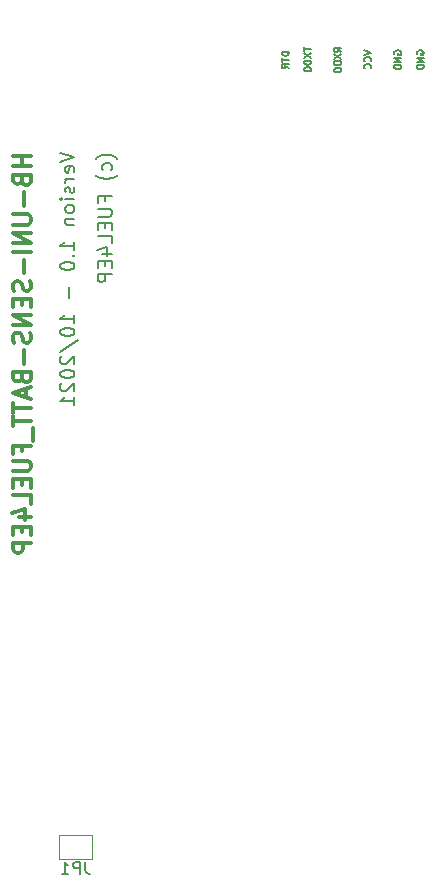
<source format=gbr>
G04 #@! TF.GenerationSoftware,KiCad,Pcbnew,5.1.10-88a1d61d58~88~ubuntu18.04.1*
G04 #@! TF.CreationDate,2021-10-13T16:55:58+02:00*
G04 #@! TF.ProjectId,HB-UNI-SEN-BATT_FUEL4EP,48422d55-4e49-42d5-9345-4e2d42415454,rev?*
G04 #@! TF.SameCoordinates,Original*
G04 #@! TF.FileFunction,Legend,Bot*
G04 #@! TF.FilePolarity,Positive*
%FSLAX46Y46*%
G04 Gerber Fmt 4.6, Leading zero omitted, Abs format (unit mm)*
G04 Created by KiCad (PCBNEW 5.1.10-88a1d61d58~88~ubuntu18.04.1) date 2021-10-13 16:55:58*
%MOMM*%
%LPD*%
G01*
G04 APERTURE LIST*
%ADD10C,0.200000*%
%ADD11C,0.300000*%
%ADD12C,0.120000*%
%ADD13C,0.150000*%
%ADD14R,2.000000X2.000000*%
%ADD15C,2.000000*%
%ADD16C,2.640000*%
%ADD17C,0.700000*%
%ADD18C,4.400000*%
%ADD19R,1.000000X1.500000*%
%ADD20O,1.600000X1.600000*%
%ADD21C,1.600000*%
%ADD22O,1.717500X1.800000*%
%ADD23R,1.717500X1.800000*%
%ADD24C,1.800000*%
%ADD25R,1.800000X1.800000*%
%ADD26C,1.200000*%
%ADD27R,1.200000X1.200000*%
%ADD28C,3.000000*%
%ADD29C,1.350000*%
%ADD30O,1.700000X1.700000*%
%ADD31R,1.700000X1.700000*%
G04 APERTURE END LIST*
D10*
X113395000Y-90928571D02*
X113337857Y-90871428D01*
X113166428Y-90757142D01*
X113052142Y-90700000D01*
X112880714Y-90642857D01*
X112595000Y-90585714D01*
X112366428Y-90585714D01*
X112080714Y-90642857D01*
X111909285Y-90700000D01*
X111795000Y-90757142D01*
X111623571Y-90871428D01*
X111566428Y-90928571D01*
X112880714Y-91900000D02*
X112937857Y-91785714D01*
X112937857Y-91557142D01*
X112880714Y-91442857D01*
X112823571Y-91385714D01*
X112709285Y-91328571D01*
X112366428Y-91328571D01*
X112252142Y-91385714D01*
X112195000Y-91442857D01*
X112137857Y-91557142D01*
X112137857Y-91785714D01*
X112195000Y-91900000D01*
X113395000Y-92300000D02*
X113337857Y-92357142D01*
X113166428Y-92471428D01*
X113052142Y-92528571D01*
X112880714Y-92585714D01*
X112595000Y-92642857D01*
X112366428Y-92642857D01*
X112080714Y-92585714D01*
X111909285Y-92528571D01*
X111795000Y-92471428D01*
X111623571Y-92357142D01*
X111566428Y-92300000D01*
X112309285Y-94528571D02*
X112309285Y-94128571D01*
X112937857Y-94128571D02*
X111737857Y-94128571D01*
X111737857Y-94700000D01*
X111737857Y-95157142D02*
X112709285Y-95157142D01*
X112823571Y-95214285D01*
X112880714Y-95271428D01*
X112937857Y-95385714D01*
X112937857Y-95614285D01*
X112880714Y-95728571D01*
X112823571Y-95785714D01*
X112709285Y-95842857D01*
X111737857Y-95842857D01*
X112309285Y-96414285D02*
X112309285Y-96814285D01*
X112937857Y-96985714D02*
X112937857Y-96414285D01*
X111737857Y-96414285D01*
X111737857Y-96985714D01*
X112937857Y-98071428D02*
X112937857Y-97500000D01*
X111737857Y-97500000D01*
X112137857Y-98985714D02*
X112937857Y-98985714D01*
X111680714Y-98700000D02*
X112537857Y-98414285D01*
X112537857Y-99157142D01*
X112309285Y-99614285D02*
X112309285Y-100014285D01*
X112937857Y-100185714D02*
X112937857Y-99614285D01*
X111737857Y-99614285D01*
X111737857Y-100185714D01*
X112937857Y-100700000D02*
X111737857Y-100700000D01*
X111737857Y-101157142D01*
X111795000Y-101271428D01*
X111852142Y-101328571D01*
X111966428Y-101385714D01*
X112137857Y-101385714D01*
X112252142Y-101328571D01*
X112309285Y-101271428D01*
X112366428Y-101157142D01*
X112366428Y-100700000D01*
X108562857Y-90414285D02*
X109762857Y-90814285D01*
X108562857Y-91214285D01*
X109705714Y-92071428D02*
X109762857Y-91957142D01*
X109762857Y-91728571D01*
X109705714Y-91614285D01*
X109591428Y-91557142D01*
X109134285Y-91557142D01*
X109020000Y-91614285D01*
X108962857Y-91728571D01*
X108962857Y-91957142D01*
X109020000Y-92071428D01*
X109134285Y-92128571D01*
X109248571Y-92128571D01*
X109362857Y-91557142D01*
X109762857Y-92642857D02*
X108962857Y-92642857D01*
X109191428Y-92642857D02*
X109077142Y-92700000D01*
X109020000Y-92757142D01*
X108962857Y-92871428D01*
X108962857Y-92985714D01*
X109705714Y-93328571D02*
X109762857Y-93442857D01*
X109762857Y-93671428D01*
X109705714Y-93785714D01*
X109591428Y-93842857D01*
X109534285Y-93842857D01*
X109420000Y-93785714D01*
X109362857Y-93671428D01*
X109362857Y-93500000D01*
X109305714Y-93385714D01*
X109191428Y-93328571D01*
X109134285Y-93328571D01*
X109020000Y-93385714D01*
X108962857Y-93500000D01*
X108962857Y-93671428D01*
X109020000Y-93785714D01*
X109762857Y-94357142D02*
X108962857Y-94357142D01*
X108562857Y-94357142D02*
X108620000Y-94300000D01*
X108677142Y-94357142D01*
X108620000Y-94414285D01*
X108562857Y-94357142D01*
X108677142Y-94357142D01*
X109762857Y-95100000D02*
X109705714Y-94985714D01*
X109648571Y-94928571D01*
X109534285Y-94871428D01*
X109191428Y-94871428D01*
X109077142Y-94928571D01*
X109020000Y-94985714D01*
X108962857Y-95100000D01*
X108962857Y-95271428D01*
X109020000Y-95385714D01*
X109077142Y-95442857D01*
X109191428Y-95500000D01*
X109534285Y-95500000D01*
X109648571Y-95442857D01*
X109705714Y-95385714D01*
X109762857Y-95271428D01*
X109762857Y-95100000D01*
X108962857Y-96014285D02*
X109762857Y-96014285D01*
X109077142Y-96014285D02*
X109020000Y-96071428D01*
X108962857Y-96185714D01*
X108962857Y-96357142D01*
X109020000Y-96471428D01*
X109134285Y-96528571D01*
X109762857Y-96528571D01*
X109762857Y-98642857D02*
X109762857Y-97957142D01*
X109762857Y-98300000D02*
X108562857Y-98300000D01*
X108734285Y-98185714D01*
X108848571Y-98071428D01*
X108905714Y-97957142D01*
X109648571Y-99157142D02*
X109705714Y-99214285D01*
X109762857Y-99157142D01*
X109705714Y-99100000D01*
X109648571Y-99157142D01*
X109762857Y-99157142D01*
X108562857Y-99957142D02*
X108562857Y-100071428D01*
X108620000Y-100185714D01*
X108677142Y-100242857D01*
X108791428Y-100300000D01*
X109020000Y-100357142D01*
X109305714Y-100357142D01*
X109534285Y-100300000D01*
X109648571Y-100242857D01*
X109705714Y-100185714D01*
X109762857Y-100071428D01*
X109762857Y-99957142D01*
X109705714Y-99842857D01*
X109648571Y-99785714D01*
X109534285Y-99728571D01*
X109305714Y-99671428D01*
X109020000Y-99671428D01*
X108791428Y-99728571D01*
X108677142Y-99785714D01*
X108620000Y-99842857D01*
X108562857Y-99957142D01*
X109305714Y-101785714D02*
X109305714Y-102700000D01*
X109762857Y-104814285D02*
X109762857Y-104128571D01*
X109762857Y-104471428D02*
X108562857Y-104471428D01*
X108734285Y-104357142D01*
X108848571Y-104242857D01*
X108905714Y-104128571D01*
X108562857Y-105557142D02*
X108562857Y-105671428D01*
X108620000Y-105785714D01*
X108677142Y-105842857D01*
X108791428Y-105900000D01*
X109020000Y-105957142D01*
X109305714Y-105957142D01*
X109534285Y-105900000D01*
X109648571Y-105842857D01*
X109705714Y-105785714D01*
X109762857Y-105671428D01*
X109762857Y-105557142D01*
X109705714Y-105442857D01*
X109648571Y-105385714D01*
X109534285Y-105328571D01*
X109305714Y-105271428D01*
X109020000Y-105271428D01*
X108791428Y-105328571D01*
X108677142Y-105385714D01*
X108620000Y-105442857D01*
X108562857Y-105557142D01*
X108505714Y-107328571D02*
X110048571Y-106300000D01*
X108677142Y-107671428D02*
X108620000Y-107728571D01*
X108562857Y-107842857D01*
X108562857Y-108128571D01*
X108620000Y-108242857D01*
X108677142Y-108300000D01*
X108791428Y-108357142D01*
X108905714Y-108357142D01*
X109077142Y-108300000D01*
X109762857Y-107614285D01*
X109762857Y-108357142D01*
X108562857Y-109100000D02*
X108562857Y-109214285D01*
X108620000Y-109328571D01*
X108677142Y-109385714D01*
X108791428Y-109442857D01*
X109020000Y-109500000D01*
X109305714Y-109500000D01*
X109534285Y-109442857D01*
X109648571Y-109385714D01*
X109705714Y-109328571D01*
X109762857Y-109214285D01*
X109762857Y-109100000D01*
X109705714Y-108985714D01*
X109648571Y-108928571D01*
X109534285Y-108871428D01*
X109305714Y-108814285D01*
X109020000Y-108814285D01*
X108791428Y-108871428D01*
X108677142Y-108928571D01*
X108620000Y-108985714D01*
X108562857Y-109100000D01*
X108677142Y-109957142D02*
X108620000Y-110014285D01*
X108562857Y-110128571D01*
X108562857Y-110414285D01*
X108620000Y-110528571D01*
X108677142Y-110585714D01*
X108791428Y-110642857D01*
X108905714Y-110642857D01*
X109077142Y-110585714D01*
X109762857Y-109900000D01*
X109762857Y-110642857D01*
X109762857Y-111785714D02*
X109762857Y-111100000D01*
X109762857Y-111442857D02*
X108562857Y-111442857D01*
X108734285Y-111328571D01*
X108848571Y-111214285D01*
X108905714Y-111100000D01*
D11*
X106083571Y-90722142D02*
X104583571Y-90722142D01*
X105297857Y-90722142D02*
X105297857Y-91579285D01*
X106083571Y-91579285D02*
X104583571Y-91579285D01*
X105297857Y-92793571D02*
X105369285Y-93007857D01*
X105440714Y-93079285D01*
X105583571Y-93150714D01*
X105797857Y-93150714D01*
X105940714Y-93079285D01*
X106012142Y-93007857D01*
X106083571Y-92865000D01*
X106083571Y-92293571D01*
X104583571Y-92293571D01*
X104583571Y-92793571D01*
X104655000Y-92936428D01*
X104726428Y-93007857D01*
X104869285Y-93079285D01*
X105012142Y-93079285D01*
X105155000Y-93007857D01*
X105226428Y-92936428D01*
X105297857Y-92793571D01*
X105297857Y-92293571D01*
X105512142Y-93793571D02*
X105512142Y-94936428D01*
X104583571Y-95650714D02*
X105797857Y-95650714D01*
X105940714Y-95722142D01*
X106012142Y-95793571D01*
X106083571Y-95936428D01*
X106083571Y-96222142D01*
X106012142Y-96365000D01*
X105940714Y-96436428D01*
X105797857Y-96507857D01*
X104583571Y-96507857D01*
X106083571Y-97222142D02*
X104583571Y-97222142D01*
X106083571Y-98079285D01*
X104583571Y-98079285D01*
X106083571Y-98793571D02*
X104583571Y-98793571D01*
X105512142Y-99507857D02*
X105512142Y-100650714D01*
X106012142Y-101293571D02*
X106083571Y-101507857D01*
X106083571Y-101865000D01*
X106012142Y-102007857D01*
X105940714Y-102079285D01*
X105797857Y-102150714D01*
X105655000Y-102150714D01*
X105512142Y-102079285D01*
X105440714Y-102007857D01*
X105369285Y-101865000D01*
X105297857Y-101579285D01*
X105226428Y-101436428D01*
X105155000Y-101365000D01*
X105012142Y-101293571D01*
X104869285Y-101293571D01*
X104726428Y-101365000D01*
X104655000Y-101436428D01*
X104583571Y-101579285D01*
X104583571Y-101936428D01*
X104655000Y-102150714D01*
X105297857Y-102793571D02*
X105297857Y-103293571D01*
X106083571Y-103507857D02*
X106083571Y-102793571D01*
X104583571Y-102793571D01*
X104583571Y-103507857D01*
X106083571Y-104150714D02*
X104583571Y-104150714D01*
X106083571Y-105007857D01*
X104583571Y-105007857D01*
X106012142Y-105650714D02*
X106083571Y-105865000D01*
X106083571Y-106222142D01*
X106012142Y-106365000D01*
X105940714Y-106436428D01*
X105797857Y-106507857D01*
X105655000Y-106507857D01*
X105512142Y-106436428D01*
X105440714Y-106365000D01*
X105369285Y-106222142D01*
X105297857Y-105936428D01*
X105226428Y-105793571D01*
X105155000Y-105722142D01*
X105012142Y-105650714D01*
X104869285Y-105650714D01*
X104726428Y-105722142D01*
X104655000Y-105793571D01*
X104583571Y-105936428D01*
X104583571Y-106293571D01*
X104655000Y-106507857D01*
X105512142Y-107150714D02*
X105512142Y-108293571D01*
X105297857Y-109507857D02*
X105369285Y-109722142D01*
X105440714Y-109793571D01*
X105583571Y-109865000D01*
X105797857Y-109865000D01*
X105940714Y-109793571D01*
X106012142Y-109722142D01*
X106083571Y-109579285D01*
X106083571Y-109007857D01*
X104583571Y-109007857D01*
X104583571Y-109507857D01*
X104655000Y-109650714D01*
X104726428Y-109722142D01*
X104869285Y-109793571D01*
X105012142Y-109793571D01*
X105155000Y-109722142D01*
X105226428Y-109650714D01*
X105297857Y-109507857D01*
X105297857Y-109007857D01*
X105655000Y-110436428D02*
X105655000Y-111150714D01*
X106083571Y-110293571D02*
X104583571Y-110793571D01*
X106083571Y-111293571D01*
X104583571Y-111579285D02*
X104583571Y-112436428D01*
X106083571Y-112007857D02*
X104583571Y-112007857D01*
X104583571Y-112722142D02*
X104583571Y-113579285D01*
X106083571Y-113150714D02*
X104583571Y-113150714D01*
X106226428Y-113722142D02*
X106226428Y-114865000D01*
X105297857Y-115722142D02*
X105297857Y-115222142D01*
X106083571Y-115222142D02*
X104583571Y-115222142D01*
X104583571Y-115936428D01*
X104583571Y-116507857D02*
X105797857Y-116507857D01*
X105940714Y-116579285D01*
X106012142Y-116650714D01*
X106083571Y-116793571D01*
X106083571Y-117079285D01*
X106012142Y-117222142D01*
X105940714Y-117293571D01*
X105797857Y-117365000D01*
X104583571Y-117365000D01*
X105297857Y-118079285D02*
X105297857Y-118579285D01*
X106083571Y-118793571D02*
X106083571Y-118079285D01*
X104583571Y-118079285D01*
X104583571Y-118793571D01*
X106083571Y-120150714D02*
X106083571Y-119436428D01*
X104583571Y-119436428D01*
X105083571Y-121293571D02*
X106083571Y-121293571D01*
X104512142Y-120936428D02*
X105583571Y-120579285D01*
X105583571Y-121507857D01*
X105297857Y-122079285D02*
X105297857Y-122579285D01*
X106083571Y-122793571D02*
X106083571Y-122079285D01*
X104583571Y-122079285D01*
X104583571Y-122793571D01*
X106083571Y-123436428D02*
X104583571Y-123436428D01*
X104583571Y-124007857D01*
X104655000Y-124150714D01*
X104726428Y-124222142D01*
X104869285Y-124293571D01*
X105083571Y-124293571D01*
X105226428Y-124222142D01*
X105297857Y-124150714D01*
X105369285Y-124007857D01*
X105369285Y-123436428D01*
D12*
X111250000Y-148225000D02*
X111250000Y-150225000D01*
X108450000Y-148225000D02*
X111250000Y-148225000D01*
X108450000Y-150225000D02*
X108450000Y-148225000D01*
X111250000Y-150225000D02*
X108450000Y-150225000D01*
D13*
X140335000Y-80010000D02*
G75*
G03*
X140335000Y-80010000I-635000J0D01*
G01*
X137795000Y-80010000D02*
G75*
G03*
X137795000Y-80010000I-635000J0D01*
G01*
X135255000Y-80010000D02*
G75*
G03*
X135255000Y-80010000I-635000J0D01*
G01*
X132715000Y-80010000D02*
G75*
G03*
X132715000Y-80010000I-635000J0D01*
G01*
X130175000Y-80010000D02*
G75*
G03*
X130175000Y-80010000I-635000J0D01*
G01*
X127635000Y-80010000D02*
G75*
G03*
X127635000Y-80010000I-635000J0D01*
G01*
X110683333Y-150477380D02*
X110683333Y-151191666D01*
X110730952Y-151334523D01*
X110826190Y-151429761D01*
X110969047Y-151477380D01*
X111064285Y-151477380D01*
X110207142Y-151477380D02*
X110207142Y-150477380D01*
X109826190Y-150477380D01*
X109730952Y-150525000D01*
X109683333Y-150572619D01*
X109635714Y-150667857D01*
X109635714Y-150810714D01*
X109683333Y-150905952D01*
X109730952Y-150953571D01*
X109826190Y-151001190D01*
X110207142Y-151001190D01*
X108683333Y-151477380D02*
X109254761Y-151477380D01*
X108969047Y-151477380D02*
X108969047Y-150477380D01*
X109064285Y-150620238D01*
X109159523Y-150715476D01*
X109254761Y-150763095D01*
X127906428Y-81864285D02*
X127306428Y-81864285D01*
X127306428Y-82007142D01*
X127335000Y-82092857D01*
X127392142Y-82150000D01*
X127449285Y-82178571D01*
X127563571Y-82207142D01*
X127649285Y-82207142D01*
X127763571Y-82178571D01*
X127820714Y-82150000D01*
X127877857Y-82092857D01*
X127906428Y-82007142D01*
X127906428Y-81864285D01*
X127306428Y-82378571D02*
X127306428Y-82721428D01*
X127906428Y-82550000D02*
X127306428Y-82550000D01*
X127906428Y-83264285D02*
X127620714Y-83064285D01*
X127906428Y-82921428D02*
X127306428Y-82921428D01*
X127306428Y-83150000D01*
X127335000Y-83207142D01*
X127363571Y-83235714D01*
X127420714Y-83264285D01*
X127506428Y-83264285D01*
X127563571Y-83235714D01*
X127592142Y-83207142D01*
X127620714Y-83150000D01*
X127620714Y-82921428D01*
X129211428Y-81507142D02*
X129211428Y-81850000D01*
X129811428Y-81678571D02*
X129211428Y-81678571D01*
X129211428Y-81992857D02*
X129811428Y-82392857D01*
X129211428Y-82392857D02*
X129811428Y-81992857D01*
X129811428Y-82621428D02*
X129211428Y-82621428D01*
X129211428Y-82764285D01*
X129240000Y-82850000D01*
X129297142Y-82907142D01*
X129354285Y-82935714D01*
X129468571Y-82964285D01*
X129554285Y-82964285D01*
X129668571Y-82935714D01*
X129725714Y-82907142D01*
X129782857Y-82850000D01*
X129811428Y-82764285D01*
X129811428Y-82621428D01*
X129211428Y-83335714D02*
X129211428Y-83392857D01*
X129240000Y-83450000D01*
X129268571Y-83478571D01*
X129325714Y-83507142D01*
X129440000Y-83535714D01*
X129582857Y-83535714D01*
X129697142Y-83507142D01*
X129754285Y-83478571D01*
X129782857Y-83450000D01*
X129811428Y-83392857D01*
X129811428Y-83335714D01*
X129782857Y-83278571D01*
X129754285Y-83250000D01*
X129697142Y-83221428D01*
X129582857Y-83192857D01*
X129440000Y-83192857D01*
X129325714Y-83221428D01*
X129268571Y-83250000D01*
X129240000Y-83278571D01*
X129211428Y-83335714D01*
X132351428Y-81864285D02*
X132065714Y-81664285D01*
X132351428Y-81521428D02*
X131751428Y-81521428D01*
X131751428Y-81750000D01*
X131780000Y-81807142D01*
X131808571Y-81835714D01*
X131865714Y-81864285D01*
X131951428Y-81864285D01*
X132008571Y-81835714D01*
X132037142Y-81807142D01*
X132065714Y-81750000D01*
X132065714Y-81521428D01*
X131751428Y-82064285D02*
X132351428Y-82464285D01*
X131751428Y-82464285D02*
X132351428Y-82064285D01*
X132351428Y-82692857D02*
X131751428Y-82692857D01*
X131751428Y-82835714D01*
X131780000Y-82921428D01*
X131837142Y-82978571D01*
X131894285Y-83007142D01*
X132008571Y-83035714D01*
X132094285Y-83035714D01*
X132208571Y-83007142D01*
X132265714Y-82978571D01*
X132322857Y-82921428D01*
X132351428Y-82835714D01*
X132351428Y-82692857D01*
X131751428Y-83407142D02*
X131751428Y-83464285D01*
X131780000Y-83521428D01*
X131808571Y-83550000D01*
X131865714Y-83578571D01*
X131980000Y-83607142D01*
X132122857Y-83607142D01*
X132237142Y-83578571D01*
X132294285Y-83550000D01*
X132322857Y-83521428D01*
X132351428Y-83464285D01*
X132351428Y-83407142D01*
X132322857Y-83350000D01*
X132294285Y-83321428D01*
X132237142Y-83292857D01*
X132122857Y-83264285D01*
X131980000Y-83264285D01*
X131865714Y-83292857D01*
X131808571Y-83321428D01*
X131780000Y-83350000D01*
X131751428Y-83407142D01*
X134291428Y-81750000D02*
X134891428Y-81950000D01*
X134291428Y-82150000D01*
X134834285Y-82692857D02*
X134862857Y-82664285D01*
X134891428Y-82578571D01*
X134891428Y-82521428D01*
X134862857Y-82435714D01*
X134805714Y-82378571D01*
X134748571Y-82350000D01*
X134634285Y-82321428D01*
X134548571Y-82321428D01*
X134434285Y-82350000D01*
X134377142Y-82378571D01*
X134320000Y-82435714D01*
X134291428Y-82521428D01*
X134291428Y-82578571D01*
X134320000Y-82664285D01*
X134348571Y-82692857D01*
X134834285Y-83292857D02*
X134862857Y-83264285D01*
X134891428Y-83178571D01*
X134891428Y-83121428D01*
X134862857Y-83035714D01*
X134805714Y-82978571D01*
X134748571Y-82950000D01*
X134634285Y-82921428D01*
X134548571Y-82921428D01*
X134434285Y-82950000D01*
X134377142Y-82978571D01*
X134320000Y-83035714D01*
X134291428Y-83121428D01*
X134291428Y-83178571D01*
X134320000Y-83264285D01*
X134348571Y-83292857D01*
X136860000Y-82092857D02*
X136831428Y-82035714D01*
X136831428Y-81950000D01*
X136860000Y-81864285D01*
X136917142Y-81807142D01*
X136974285Y-81778571D01*
X137088571Y-81750000D01*
X137174285Y-81750000D01*
X137288571Y-81778571D01*
X137345714Y-81807142D01*
X137402857Y-81864285D01*
X137431428Y-81950000D01*
X137431428Y-82007142D01*
X137402857Y-82092857D01*
X137374285Y-82121428D01*
X137174285Y-82121428D01*
X137174285Y-82007142D01*
X137431428Y-82378571D02*
X136831428Y-82378571D01*
X137431428Y-82721428D01*
X136831428Y-82721428D01*
X137431428Y-83007142D02*
X136831428Y-83007142D01*
X136831428Y-83150000D01*
X136860000Y-83235714D01*
X136917142Y-83292857D01*
X136974285Y-83321428D01*
X137088571Y-83350000D01*
X137174285Y-83350000D01*
X137288571Y-83321428D01*
X137345714Y-83292857D01*
X137402857Y-83235714D01*
X137431428Y-83150000D01*
X137431428Y-83007142D01*
X138765000Y-82092857D02*
X138736428Y-82035714D01*
X138736428Y-81950000D01*
X138765000Y-81864285D01*
X138822142Y-81807142D01*
X138879285Y-81778571D01*
X138993571Y-81750000D01*
X139079285Y-81750000D01*
X139193571Y-81778571D01*
X139250714Y-81807142D01*
X139307857Y-81864285D01*
X139336428Y-81950000D01*
X139336428Y-82007142D01*
X139307857Y-82092857D01*
X139279285Y-82121428D01*
X139079285Y-82121428D01*
X139079285Y-82007142D01*
X139336428Y-82378571D02*
X138736428Y-82378571D01*
X139336428Y-82721428D01*
X138736428Y-82721428D01*
X139336428Y-83007142D02*
X138736428Y-83007142D01*
X138736428Y-83150000D01*
X138765000Y-83235714D01*
X138822142Y-83292857D01*
X138879285Y-83321428D01*
X138993571Y-83350000D01*
X139079285Y-83350000D01*
X139193571Y-83321428D01*
X139250714Y-83292857D01*
X139307857Y-83235714D01*
X139336428Y-83150000D01*
X139336428Y-83007142D01*
%LPC*%
D14*
X164490000Y-86860000D03*
D15*
X164490000Y-138850000D03*
D16*
X158495000Y-136090000D03*
X170485000Y-89610000D03*
D14*
X112420000Y-138900000D03*
D15*
X112420000Y-86910000D03*
D16*
X118415000Y-89670000D03*
X106425000Y-136150000D03*
D17*
X162272800Y-148477200D03*
X161000000Y-147950000D03*
X159727200Y-148477200D03*
X159200000Y-149750000D03*
X159727200Y-151022800D03*
X161000000Y-151550000D03*
X162272800Y-151022800D03*
X162800000Y-149750000D03*
D18*
X161000000Y-149750000D03*
D17*
X117272800Y-148477200D03*
X116000000Y-147950000D03*
X114727200Y-148477200D03*
X114200000Y-149750000D03*
X114727200Y-151022800D03*
X116000000Y-151550000D03*
X117272800Y-151022800D03*
X117800000Y-149750000D03*
D18*
X116000000Y-149750000D03*
D17*
X162272800Y-79977200D03*
X161000000Y-79450000D03*
X159727200Y-79977200D03*
X159200000Y-81250000D03*
X159727200Y-82522800D03*
X161000000Y-83050000D03*
X162272800Y-82522800D03*
X162800000Y-81250000D03*
D18*
X161000000Y-81250000D03*
D17*
X117272800Y-79977200D03*
X116000000Y-79450000D03*
X114727200Y-79977200D03*
X114200000Y-81250000D03*
X114727200Y-82522800D03*
X116000000Y-83050000D03*
X117272800Y-82522800D03*
X117800000Y-81250000D03*
D18*
X116000000Y-81250000D03*
D15*
X153185000Y-93345000D03*
X153185000Y-97845000D03*
X146685000Y-93345000D03*
X146685000Y-97845000D03*
D19*
X109200000Y-149225000D03*
X110500000Y-149225000D03*
D20*
X147320000Y-125095000D03*
D21*
X147320000Y-122555000D03*
D20*
X151130000Y-125095000D03*
D21*
X151130000Y-122555000D03*
D20*
X116840000Y-144780000D03*
D21*
X119380000Y-144780000D03*
D20*
X146050000Y-89535000D03*
D21*
X146050000Y-86995000D03*
D22*
X112530000Y-144780000D03*
X110240000Y-144780000D03*
D23*
X107950000Y-144780000D03*
D24*
X146050000Y-83820000D03*
D25*
X146050000Y-81280000D03*
D26*
X147955000Y-130405000D03*
D27*
X147955000Y-128905000D03*
D24*
X139700000Y-80010000D03*
X137160000Y-80010000D03*
X134620000Y-80010000D03*
X132080000Y-80010000D03*
X129540000Y-80010000D03*
X127000000Y-80010000D03*
X128270000Y-110490000D03*
X130810000Y-110490000D03*
X133350000Y-110490000D03*
X138430000Y-91440000D03*
X138430000Y-93980000D03*
X125730000Y-110490000D03*
X125730000Y-107950000D03*
X125730000Y-105410000D03*
X125730000Y-102870000D03*
X125730000Y-100330000D03*
X125730000Y-97790000D03*
X125730000Y-95250000D03*
X125730000Y-92710000D03*
X125730000Y-90170000D03*
X125730000Y-87630000D03*
X125730000Y-85090000D03*
X125730000Y-82550000D03*
X140970000Y-82550000D03*
X140970000Y-85090000D03*
X140970000Y-87630000D03*
X140970000Y-90170000D03*
X140970000Y-92710000D03*
X140970000Y-95250000D03*
X140970000Y-97790000D03*
X140970000Y-100330000D03*
X140970000Y-102870000D03*
X140970000Y-105410000D03*
X140970000Y-107950000D03*
X140970000Y-110490000D03*
X138430000Y-110490000D03*
X135890000Y-110490000D03*
X138430000Y-88900000D03*
X138430000Y-86360000D03*
D28*
X124280000Y-121945000D03*
D29*
X124280000Y-119445000D03*
X124280000Y-124445000D03*
X142280000Y-117945000D03*
X142280000Y-119945000D03*
X142280000Y-121945000D03*
X142280000Y-123945000D03*
X142280000Y-125945000D03*
X142280000Y-127945000D03*
X142280000Y-129945000D03*
X142280000Y-115945000D03*
D30*
X168790000Y-81250000D03*
D31*
X166250000Y-81250000D03*
D30*
X151130000Y-140970000D03*
X151130000Y-143510000D03*
X151130000Y-146050000D03*
D31*
X151130000Y-148590000D03*
D30*
X140970000Y-140970000D03*
X140970000Y-143510000D03*
X140970000Y-146050000D03*
D31*
X140970000Y-148590000D03*
D30*
X135890000Y-140970000D03*
X135890000Y-143510000D03*
X135890000Y-146050000D03*
D31*
X135890000Y-148590000D03*
D30*
X125730000Y-140970000D03*
X125730000Y-143510000D03*
X125730000Y-146050000D03*
D31*
X125730000Y-148590000D03*
D30*
X170180000Y-144780000D03*
X167640000Y-144780000D03*
X165100000Y-144780000D03*
X162560000Y-144780000D03*
X160020000Y-144780000D03*
D31*
X157480000Y-144780000D03*
D30*
X152400000Y-106680000D03*
D31*
X152400000Y-104140000D03*
D30*
X147320000Y-106680000D03*
D31*
X147320000Y-104140000D03*
D30*
X152400000Y-116205000D03*
D31*
X152400000Y-113665000D03*
D30*
X147320000Y-116205000D03*
D31*
X147320000Y-113665000D03*
M02*

</source>
